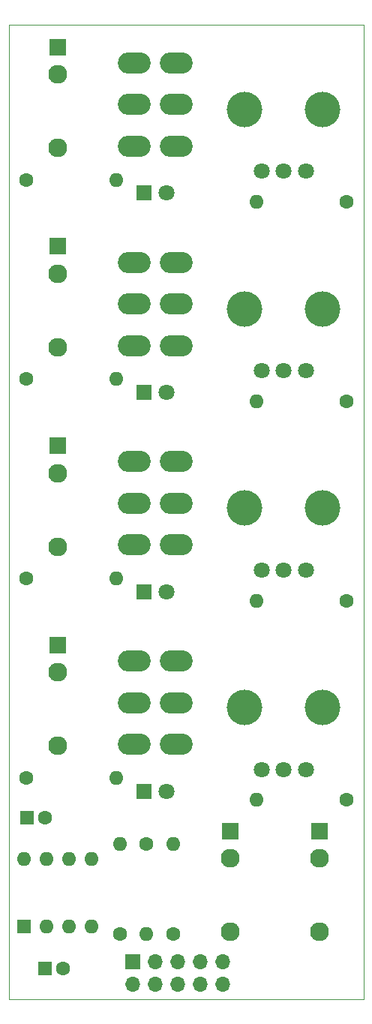
<source format=gbs>
G04 #@! TF.GenerationSoftware,KiCad,Pcbnew,(6.0.0)*
G04 #@! TF.CreationDate,2022-07-06T17:45:43+01:00*
G04 #@! TF.ProjectId,Basic-DC-mixer,42617369-632d-4444-932d-6d697865722e,rev?*
G04 #@! TF.SameCoordinates,Original*
G04 #@! TF.FileFunction,Soldermask,Bot*
G04 #@! TF.FilePolarity,Negative*
%FSLAX46Y46*%
G04 Gerber Fmt 4.6, Leading zero omitted, Abs format (unit mm)*
G04 Created by KiCad (PCBNEW (6.0.0)) date 2022-07-06 17:45:43*
%MOMM*%
%LPD*%
G01*
G04 APERTURE LIST*
G04 #@! TA.AperFunction,Profile*
%ADD10C,0.050000*%
G04 #@! TD*
%ADD11C,4.000000*%
%ADD12C,1.800000*%
%ADD13R,1.600000X1.600000*%
%ADD14C,1.600000*%
%ADD15O,3.700000X2.400000*%
%ADD16O,1.600000X1.600000*%
%ADD17R,1.800000X1.800000*%
%ADD18R,1.930000X1.830000*%
%ADD19C,2.130000*%
%ADD20R,1.700000X1.700000*%
%ADD21O,1.700000X1.700000*%
G04 APERTURE END LIST*
D10*
X69999999Y-31000000D02*
X70000000Y-141000000D01*
X30000000Y-31000000D02*
X30000000Y-141000000D01*
X30000000Y-31000000D02*
X69999999Y-31000000D01*
X30000000Y-141000000D02*
X70000000Y-141000000D01*
D11*
X65400000Y-85550000D03*
X56600000Y-85550000D03*
D12*
X63500000Y-92550000D03*
X61000000Y-92550000D03*
X58500000Y-92550000D03*
D11*
X65400000Y-108050000D03*
X56600000Y-108050000D03*
D12*
X63500000Y-115050000D03*
X61000000Y-115050000D03*
X58500000Y-115050000D03*
D13*
X32044888Y-120500000D03*
D14*
X34044888Y-120500000D03*
D15*
X44100000Y-102800000D03*
X44100000Y-107500000D03*
X44100000Y-112200000D03*
X48900000Y-102800000D03*
X48900000Y-107500000D03*
X48900000Y-112200000D03*
D14*
X42500000Y-133580000D03*
D16*
X42500000Y-123420000D03*
D17*
X45225000Y-72500000D03*
D12*
X47765000Y-72500000D03*
D14*
X68080000Y-118500000D03*
D16*
X57920000Y-118500000D03*
D14*
X68080000Y-96000000D03*
D16*
X57920000Y-96000000D03*
D11*
X65400000Y-63050000D03*
X56600000Y-63050000D03*
D12*
X63500000Y-70050000D03*
X61000000Y-70050000D03*
X58500000Y-70050000D03*
D14*
X31920000Y-48500000D03*
D16*
X42080000Y-48500000D03*
D14*
X31920000Y-116000000D03*
D16*
X42080000Y-116000000D03*
D17*
X45225000Y-95000000D03*
D12*
X47765000Y-95000000D03*
D18*
X55000000Y-122000000D03*
D19*
X55000000Y-133400000D03*
X55000000Y-125100000D03*
D14*
X31920000Y-71000000D03*
D16*
X42080000Y-71000000D03*
D18*
X35500000Y-101000000D03*
D19*
X35500000Y-112400000D03*
X35500000Y-104100000D03*
D14*
X48500000Y-133580000D03*
D16*
X48500000Y-123420000D03*
D15*
X44100000Y-35300000D03*
X44100000Y-40000000D03*
X44100000Y-44700000D03*
X48900000Y-35300000D03*
X48900000Y-40000000D03*
X48900000Y-44700000D03*
D11*
X56600000Y-40550000D03*
X65400000Y-40550000D03*
D12*
X63500000Y-47550000D03*
X61000000Y-47550000D03*
X58500000Y-47550000D03*
D14*
X31920000Y-93500000D03*
D16*
X42080000Y-93500000D03*
D17*
X45225000Y-117500000D03*
D12*
X47765000Y-117500000D03*
D14*
X68080000Y-73500000D03*
D16*
X57920000Y-73500000D03*
D14*
X68080000Y-51000000D03*
D16*
X57920000Y-51000000D03*
D18*
X35500000Y-56000000D03*
D19*
X35500000Y-67400000D03*
X35500000Y-59100000D03*
D15*
X44100000Y-80300000D03*
X44100000Y-85000000D03*
X44100000Y-89700000D03*
X48900000Y-80300000D03*
X48900000Y-85000000D03*
X48900000Y-89700000D03*
X44100000Y-57800000D03*
X44100000Y-62500000D03*
X44100000Y-67200000D03*
X48900000Y-57800000D03*
X48900000Y-62500000D03*
X48900000Y-67200000D03*
D18*
X35500000Y-33500000D03*
D19*
X35500000Y-44900000D03*
X35500000Y-36600000D03*
D14*
X45500000Y-123420000D03*
D16*
X45500000Y-133580000D03*
D17*
X45225000Y-50000000D03*
D12*
X47765000Y-50000000D03*
D13*
X34044888Y-137500000D03*
D14*
X36044888Y-137500000D03*
D18*
X35500000Y-78500000D03*
D19*
X35500000Y-89900000D03*
X35500000Y-81600000D03*
D13*
X31700000Y-132800000D03*
D16*
X34240000Y-132800000D03*
X36780000Y-132800000D03*
X39320000Y-132800000D03*
X39320000Y-125180000D03*
X36780000Y-125180000D03*
X34240000Y-125180000D03*
X31700000Y-125180000D03*
D18*
X65000000Y-122000000D03*
D19*
X65000000Y-133400000D03*
X65000000Y-125100000D03*
D20*
X43925000Y-136725000D03*
D21*
X43925000Y-139265000D03*
X46465000Y-136725000D03*
X46465000Y-139265000D03*
X49005000Y-136725000D03*
X49005000Y-139265000D03*
X51545000Y-136725000D03*
X51545000Y-139265000D03*
X54085000Y-136725000D03*
X54085000Y-139265000D03*
M02*

</source>
